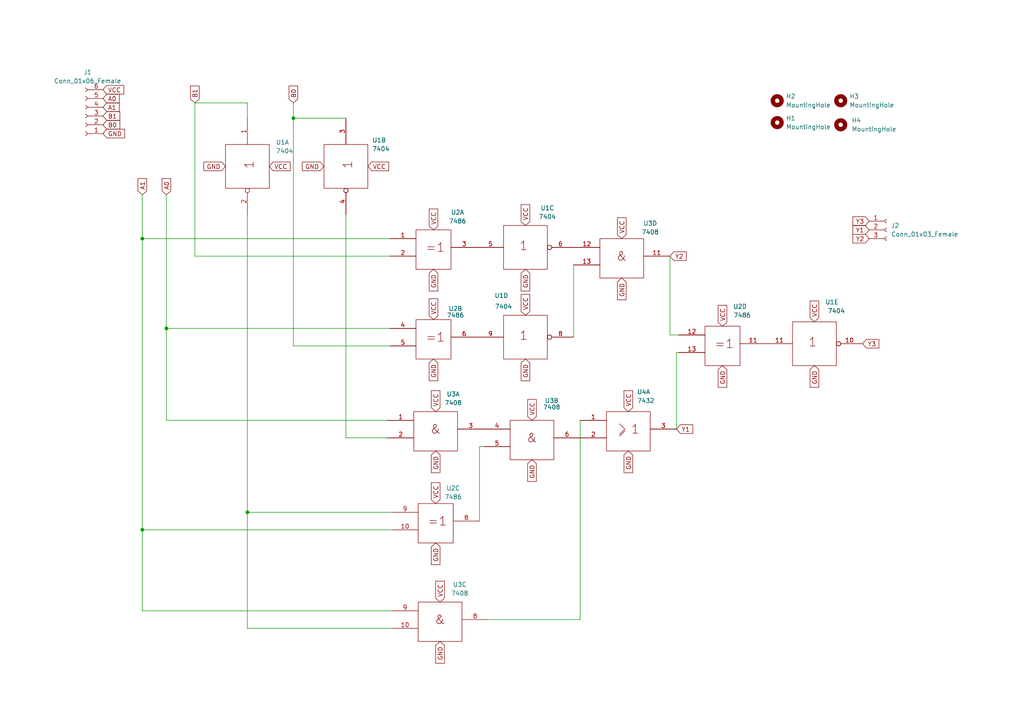
<source format=kicad_sch>
(kicad_sch (version 20211123) (generator eeschema)
  (paper "A4")
  (lib_symbols
    (symbol "74xx_IEEE:7404" (pin_names (offset 0.762))
      (property "Reference" "U" (at 5.08 7.62 0))
      (property "Value" "7404" (at 3.81 -8.89 0))
      (symbol "7404_0_0"
        (text "1" (at -0.508 0.508 0) (effects (font (size 2.54 2.54))))
      )
      (symbol "7404_0_1"
        (rectangle (start -6.35 6.35) (end 6.35 -6.35))
        (pin power_in line (at 0 6.35 270) (length 0) hide (name "Vcc") (number "14"))
        (pin power_in line (at 0 -6.35 90) (length 0) hide (name "Gnd") (number "7"))
      )
      (symbol "7404_1_1"
        (pin input line (at -13.97 0 0) (length 7.62) (name "~") (number "1"))
        (pin input inverted (at 13.97 0 180) (length 7.62) (name "~") (number "2"))
      )
      (symbol "7404_2_1"
        (pin input line (at -13.97 0 0) (length 7.62) (name "~") (number "3"))
        (pin input inverted (at 13.97 0 180) (length 7.62) (name "~") (number "4"))
      )
      (symbol "7404_3_1"
        (pin input line (at -13.97 0 0) (length 7.62) (name "~") (number "5"))
        (pin input inverted (at 13.97 0 180) (length 7.62) (name "~") (number "6"))
      )
      (symbol "7404_4_1"
        (pin input inverted (at 13.97 0 180) (length 7.62) (name "~") (number "8"))
        (pin input line (at -13.97 0 0) (length 7.62) (name "~") (number "9"))
      )
      (symbol "7404_5_1"
        (pin input inverted (at 13.97 0 180) (length 7.62) (name "~") (number "10"))
        (pin input line (at -13.97 0 0) (length 7.62) (name "~") (number "11"))
      )
      (symbol "7404_6_1"
        (pin input inverted (at 13.97 0 180) (length 7.62) (name "~") (number "12"))
        (pin input line (at -13.97 0 0) (length 7.62) (name "~") (number "13"))
      )
    )
    (symbol "74xx_IEEE:7408" (pin_names (offset 0.762))
      (property "Reference" "U" (at 2.54 7.62 0))
      (property "Value" "7408" (at 3.81 -8.89 0))
      (symbol "7408_0_1"
        (rectangle (start -6.35 5.08) (end 6.35 -6.35))
        (text "&" (at 0 0 0) (effects (font (size 2.54 2.54))))
        (pin power_in line (at 0 5.08 270) (length 0) hide (name "Vcc") (number "14"))
        (pin power_in line (at 0 -6.35 90) (length 0) hide (name "Gnd") (number "7"))
      )
      (symbol "7408_1_1"
        (pin input line (at -13.97 2.54 0) (length 7.62) (name "~") (number "1"))
        (pin input line (at -13.97 -2.54 0) (length 7.62) (name "~") (number "2"))
        (pin output line (at 13.97 0 180) (length 7.62) (name "~") (number "3"))
      )
      (symbol "7408_2_1"
        (pin input line (at -13.97 2.54 0) (length 7.62) (name "~") (number "4"))
        (pin input line (at -13.97 -2.54 0) (length 7.62) (name "~") (number "5"))
        (pin input line (at 13.97 0 180) (length 7.62) (name "~") (number "6"))
      )
      (symbol "7408_3_1"
        (pin input line (at -13.97 -2.54 0) (length 7.62) (name "~") (number "10"))
        (pin input line (at 13.97 0 180) (length 7.62) (name "~") (number "8"))
        (pin input line (at -13.97 2.54 0) (length 7.62) (name "~") (number "9"))
      )
      (symbol "7408_4_1"
        (pin input line (at 13.97 0 180) (length 7.62) (name "~") (number "11"))
        (pin input line (at -13.97 2.54 0) (length 7.62) (name "~") (number "12"))
        (pin input line (at -13.97 -2.54 0) (length 7.62) (name "~") (number "13"))
      )
    )
    (symbol "74xx_IEEE:7432" (pin_names (offset 0.762))
      (property "Reference" "U" (at 2.54 6.35 0))
      (property "Value" "7432" (at 3.81 -7.62 0))
      (symbol "7432_0_1"
        (rectangle (start -6.35 5.08) (end 6.35 -6.35))
        (polyline (pts (xy -2.54 -2.032) (xy -1.016 -0.508) (xy -1.016 -0.508)))
        (polyline (pts (xy -2.54 1.524) (xy -2.54 1.524) (xy -1.016 0) (xy -2.54 -1.524) (xy -2.54 -1.524)))
        (text "1" (at 2.032 0 0) (effects (font (size 2.54 2.54))))
        (pin power_in line (at 0 5.08 270) (length 0) hide (name "Vcc") (number "14"))
        (pin power_in line (at 0 -6.35 90) (length 0) hide (name "Gnd") (number "7"))
      )
      (symbol "7432_1_1"
        (pin input line (at -13.97 2.54 0) (length 7.62) (name "~") (number "1"))
        (pin input line (at -13.97 -2.54 0) (length 7.62) (name "~") (number "2"))
        (pin output line (at 13.97 0 180) (length 7.62) (name "~") (number "3"))
      )
      (symbol "7432_2_1"
        (pin input line (at -13.97 2.54 0) (length 7.62) (name "~") (number "4"))
        (pin input line (at -13.97 -2.54 0) (length 7.62) (name "~") (number "5"))
        (pin output line (at 13.97 0 180) (length 7.62) (name "~") (number "6"))
      )
      (symbol "7432_3_1"
        (pin input line (at -13.97 -2.54 0) (length 7.62) (name "~") (number "10"))
        (pin output line (at 13.97 0 180) (length 7.62) (name "~") (number "8"))
        (pin input line (at -13.97 2.54 0) (length 7.62) (name "~") (number "9"))
      )
      (symbol "7432_4_1"
        (pin output line (at 13.97 0 180) (length 7.62) (name "~") (number "11"))
        (pin input line (at -13.97 2.54 0) (length 7.62) (name "~") (number "12"))
        (pin input line (at -13.97 -2.54 0) (length 7.62) (name "~") (number "13"))
      )
    )
    (symbol "74xx_IEEE:7486" (pin_names (offset 0.762))
      (property "Reference" "U" (at 2.54 6.35 0))
      (property "Value" "7486" (at 3.81 -7.62 0))
      (symbol "7486_0_1"
        (rectangle (start -5.08 5.08) (end 5.08 -6.35))
        (text "=1" (at 0.508 0 0) (effects (font (size 2.54 2.54))))
        (pin power_in line (at 0 5.08 270) (length 0) hide (name "Vcc") (number "14"))
        (pin power_in line (at 0 -6.35 90) (length 0) hide (name "Gnd") (number "7"))
      )
      (symbol "7486_1_1"
        (pin input line (at -12.7 2.54 0) (length 7.62) (name "~") (number "1"))
        (pin input line (at -12.7 -2.54 0) (length 7.62) (name "~") (number "2"))
        (pin output line (at 12.7 0 180) (length 7.62) (name "~") (number "3"))
      )
      (symbol "7486_2_1"
        (pin input line (at -12.7 2.54 0) (length 7.62) (name "~") (number "4"))
        (pin input line (at -12.7 -2.54 0) (length 7.62) (name "~") (number "5"))
        (pin output line (at 12.7 0 180) (length 7.62) (name "~") (number "6"))
      )
      (symbol "7486_3_1"
        (pin input line (at -12.7 -2.54 0) (length 7.62) (name "~") (number "10"))
        (pin output line (at 12.7 0 180) (length 7.62) (name "~") (number "8"))
        (pin input line (at -12.7 2.54 0) (length 7.62) (name "~") (number "9"))
      )
      (symbol "7486_4_1"
        (pin output line (at 12.7 0 180) (length 7.62) (name "~") (number "11"))
        (pin input line (at -12.7 2.54 0) (length 7.62) (name "~") (number "12"))
        (pin input line (at -12.7 -2.54 0) (length 7.62) (name "~") (number "13"))
      )
    )
    (symbol "Connector:Conn_01x03_Female" (pin_names (offset 1.016) hide)
      (property "Reference" "J" (at 0 5.08 0))
      (property "Value" "Conn_01x03_Female" (at 0 -5.08 0))
      (symbol "Conn_01x03_Female_1_1"
        (arc (start 0 -2.032) (mid -0.508 -2.54) (end 0 -3.048) (stroke (width 0.1524)))
        (polyline (pts (xy -1.27 -2.54) (xy -0.508 -2.54)) (stroke (width 0.1524)))
        (polyline (pts (xy -1.27 0) (xy -0.508 0)) (stroke (width 0.1524)))
        (polyline (pts (xy -1.27 2.54) (xy -0.508 2.54)) (stroke (width 0.1524)))
        (arc (start 0 0.508) (mid -0.508 0) (end 0 -0.508) (stroke (width 0.1524)))
        (arc (start 0 3.048) (mid -0.508 2.54) (end 0 2.032) (stroke (width 0.1524)))
        (pin passive line (at -5.08 2.54 0) (length 3.81) (name "Pin_1") (number "1"))
        (pin passive line (at -5.08 0 0) (length 3.81) (name "Pin_2") (number "2"))
        (pin passive line (at -5.08 -2.54 0) (length 3.81) (name "Pin_3") (number "3"))
      )
    )
    (symbol "Connector:Conn_01x06_Female" (pin_names (offset 1.016) hide)
      (property "Reference" "J" (at 0 7.62 0))
      (property "Value" "Conn_01x06_Female" (at 0 -10.16 0))
      (symbol "Conn_01x06_Female_1_1"
        (arc (start 0 -7.112) (mid -0.508 -7.62) (end 0 -8.128) (stroke (width 0.1524)))
        (arc (start 0 -4.572) (mid -0.508 -5.08) (end 0 -5.588) (stroke (width 0.1524)))
        (arc (start 0 -2.032) (mid -0.508 -2.54) (end 0 -3.048) (stroke (width 0.1524)))
        (polyline (pts (xy -1.27 -7.62) (xy -0.508 -7.62)) (stroke (width 0.1524)))
        (polyline (pts (xy -1.27 -5.08) (xy -0.508 -5.08)) (stroke (width 0.1524)))
        (polyline (pts (xy -1.27 -2.54) (xy -0.508 -2.54)) (stroke (width 0.1524)))
        (polyline (pts (xy -1.27 0) (xy -0.508 0)) (stroke (width 0.1524)))
        (polyline (pts (xy -1.27 2.54) (xy -0.508 2.54)) (stroke (width 0.1524)))
        (polyline (pts (xy -1.27 5.08) (xy -0.508 5.08)) (stroke (width 0.1524)))
        (arc (start 0 0.508) (mid -0.508 0) (end 0 -0.508) (stroke (width 0.1524)))
        (arc (start 0 3.048) (mid -0.508 2.54) (end 0 2.032) (stroke (width 0.1524)))
        (arc (start 0 5.588) (mid -0.508 5.08) (end 0 4.572) (stroke (width 0.1524)))
        (pin passive line (at -5.08 5.08 0) (length 3.81) (name "Pin_1") (number "1"))
        (pin passive line (at -5.08 2.54 0) (length 3.81) (name "Pin_2") (number "2"))
        (pin passive line (at -5.08 0 0) (length 3.81) (name "Pin_3") (number "3"))
        (pin passive line (at -5.08 -2.54 0) (length 3.81) (name "Pin_4") (number "4"))
        (pin passive line (at -5.08 -5.08 0) (length 3.81) (name "Pin_5") (number "5"))
        (pin passive line (at -5.08 -7.62 0) (length 3.81) (name "Pin_6") (number "6"))
      )
    )
    (symbol "Mechanical:MountingHole" (pin_names (offset 1.016))
      (property "Reference" "H" (at 0 5.08 0))
      (property "Value" "MountingHole" (at 0 3.175 0))
      (symbol "MountingHole_0_1"
        (circle (center 0 0) (radius 1.27) (stroke (width 1.27)))
      )
    )
  )
  (junction (at 71.755 148.59))
  (junction (at 48.26 95.25))
  (junction (at 41.275 69.215))
  (junction (at 41.275 153.67))
  (junction (at 85.09 34.29))
  (wire (pts (xy 85.09 34.29) (xy 100.33 34.29)))
  (wire (pts (xy 71.755 148.59) (xy 71.755 62.23)))
  (wire (pts (xy 196.215 102.235) (xy 196.85 102.235)))
  (wire (pts (xy 48.26 95.25) (xy 48.26 121.92)))
  (wire (pts (xy 85.09 34.29) (xy 85.09 29.845)))
  (wire (pts (xy 56.515 29.845) (xy 71.755 29.845)))
  (wire (pts (xy 100.33 62.23) (xy 100.33 127)))
  (wire (pts (xy 48.26 95.25) (xy 113.03 95.25)))
  (wire (pts (xy 41.275 69.215) (xy 41.275 153.67)))
  (wire (pts (xy 113.665 153.67) (xy 41.275 153.67)))
  (wire (pts (xy 85.09 100.33) (xy 85.09 34.29)))
  (wire (pts (xy 113.665 177.165) (xy 41.275 177.165)))
  (wire (pts (xy 71.755 29.845) (xy 71.755 34.29)))
  (wire (pts (xy 139.065 151.13) (xy 139.065 129.54)))
  (wire (pts (xy 166.37 76.835) (xy 166.37 97.79)))
  (wire (pts (xy 41.275 56.515) (xy 41.275 69.215)))
  (wire (pts (xy 48.26 56.515) (xy 48.26 95.25)))
  (wire (pts (xy 139.065 129.54) (xy 140.335 129.54)))
  (wire (pts (xy 196.215 102.235) (xy 196.215 124.46)))
  (wire (pts (xy 41.275 153.67) (xy 41.275 177.165)))
  (wire (pts (xy 113.03 74.295) (xy 56.515 74.295)))
  (wire (pts (xy 56.515 74.295) (xy 56.515 29.845)))
  (wire (pts (xy 71.755 148.59) (xy 113.665 148.59)))
  (wire (pts (xy 194.31 97.155) (xy 196.85 97.155)))
  (wire (pts (xy 41.275 69.215) (xy 113.03 69.215)))
  (wire (pts (xy 168.275 121.92) (xy 168.275 179.705)))
  (wire (pts (xy 141.605 179.705) (xy 168.275 179.705)))
  (wire (pts (xy 112.395 121.92) (xy 48.26 121.92)))
  (wire (pts (xy 71.755 182.245) (xy 113.665 182.245)))
  (wire (pts (xy 113.03 100.33) (xy 85.09 100.33)))
  (wire (pts (xy 100.33 127) (xy 112.395 127)))
  (wire (pts (xy 194.31 74.295) (xy 194.31 97.155)))
  (wire (pts (xy 71.755 148.59) (xy 71.755 182.245)))
  (global_label "Y3" (shape input) (at 250.19 99.695 0) (property "Intersheet References" "${INTERSHEET_REFS}" (effects hide)))
  (global_label "GND" (shape input) (at 127.635 186.055 270) (property "Intersheet References" "${INTERSHEET_REFS}" (effects hide)))
  (global_label "VCC" (shape input) (at 29.845 26.035 0) (property "Intersheet References" "${INTERSHEET_REFS}" (effects hide)))
  (global_label "GND" (shape input) (at 152.4 78.105 270) (property "Intersheet References" "${INTERSHEET_REFS}" (effects hide)))
  (global_label "Y2" (shape input) (at 194.31 74.295 0) (property "Intersheet References" "${INTERSHEET_REFS}" (effects hide)))
  (global_label "VCC" (shape input) (at 152.4 91.44 90) (property "Intersheet References" "${INTERSHEET_REFS}" (effects hide)))
  (global_label "VCC" (shape input) (at 125.73 66.675 90) (property "Intersheet References" "${INTERSHEET_REFS}" (effects hide)))
  (global_label "GND" (shape input) (at 154.305 133.35 270) (property "Intersheet References" "${INTERSHEET_REFS}" (effects hide)))
  (global_label "VCC" (shape input) (at 125.73 92.71 90) (property "Intersheet References" "${INTERSHEET_REFS}" (effects hide)))
  (global_label "VCC" (shape input) (at 180.34 69.215 90) (property "Intersheet References" "${INTERSHEET_REFS}" (effects hide)))
  (global_label "GND" (shape input) (at 93.98 48.26 180) (property "Intersheet References" "${INTERSHEET_REFS}" (effects hide)))
  (global_label "GND" (shape input) (at 152.4 104.14 270) (property "Intersheet References" "${INTERSHEET_REFS}" (effects hide)))
  (global_label "VCC" (shape input) (at 209.55 94.615 90) (property "Intersheet References" "${INTERSHEET_REFS}" (effects hide)))
  (global_label "B1" (shape input) (at 29.845 33.655 0) (property "Intersheet References" "${INTERSHEET_REFS}" (effects hide)))
  (global_label "GND" (shape input) (at 236.22 106.045 270) (property "Intersheet References" "${INTERSHEET_REFS}" (effects hide)))
  (global_label "A0" (shape input) (at 48.26 56.515 90) (property "Intersheet References" "${INTERSHEET_REFS}" (effects hide)))
  (global_label "B1" (shape input) (at 56.515 29.845 90) (property "Intersheet References" "${INTERSHEET_REFS}" (effects hide)))
  (global_label "VCC" (shape input) (at 126.365 146.05 90) (property "Intersheet References" "${INTERSHEET_REFS}" (effects hide)))
  (global_label "GND" (shape input) (at 125.73 104.14 270) (property "Intersheet References" "${INTERSHEET_REFS}" (effects hide)))
  (global_label "Y1" (shape input) (at 252.095 66.675 180) (property "Intersheet References" "${INTERSHEET_REFS}" (effects hide)))
  (global_label "A0" (shape input) (at 29.845 28.575 0) (property "Intersheet References" "${INTERSHEET_REFS}" (effects hide)))
  (global_label "VCC" (shape input) (at 78.105 48.26 0) (property "Intersheet References" "${INTERSHEET_REFS}" (effects hide)))
  (global_label "B0" (shape input) (at 85.09 29.845 90) (property "Intersheet References" "${INTERSHEET_REFS}" (effects hide)))
  (global_label "B0" (shape input) (at 29.845 36.195 0) (property "Intersheet References" "${INTERSHEET_REFS}" (effects hide)))
  (global_label "GND" (shape input) (at 125.73 78.105 270) (property "Intersheet References" "${INTERSHEET_REFS}" (effects hide)))
  (global_label "GND" (shape input) (at 182.245 130.81 270) (property "Intersheet References" "${INTERSHEET_REFS}" (effects hide)))
  (global_label "VCC" (shape input) (at 126.365 119.38 90) (property "Intersheet References" "${INTERSHEET_REFS}" (effects hide)))
  (global_label "VCC" (shape input) (at 152.4 65.405 90) (property "Intersheet References" "${INTERSHEET_REFS}" (effects hide)))
  (global_label "GND" (shape input) (at 126.365 157.48 270) (property "Intersheet References" "${INTERSHEET_REFS}" (effects hide)))
  (global_label "A1" (shape input) (at 29.845 31.115 0) (property "Intersheet References" "${INTERSHEET_REFS}" (effects hide)))
  (global_label "VCC" (shape input) (at 182.245 119.38 90) (property "Intersheet References" "${INTERSHEET_REFS}" (effects hide)))
  (global_label "VCC" (shape input) (at 127.635 174.625 90) (property "Intersheet References" "${INTERSHEET_REFS}" (effects hide)))
  (global_label "Y3" (shape input) (at 252.095 64.135 180) (property "Intersheet References" "${INTERSHEET_REFS}" (effects hide)))
  (global_label "A1" (shape input) (at 41.275 56.515 90) (property "Intersheet References" "${INTERSHEET_REFS}" (effects hide)))
  (global_label "GND" (shape input) (at 29.845 38.735 0) (property "Intersheet References" "${INTERSHEET_REFS}" (effects hide)))
  (global_label "VCC" (shape input) (at 236.22 93.345 90) (property "Intersheet References" "${INTERSHEET_REFS}" (effects hide)))
  (global_label "GND" (shape input) (at 209.55 106.045 270) (property "Intersheet References" "${INTERSHEET_REFS}" (effects hide)))
  (global_label "Y1" (shape input) (at 196.215 124.46 0) (property "Intersheet References" "${INTERSHEET_REFS}" (effects hide)))
  (global_label "GND" (shape input) (at 65.405 48.26 180) (property "Intersheet References" "${INTERSHEET_REFS}" (effects hide)))
  (global_label "VCC" (shape input) (at 154.305 121.92 90) (property "Intersheet References" "${INTERSHEET_REFS}" (effects hide)))
  (global_label "GND" (shape input) (at 126.365 130.81 270) (property "Intersheet References" "${INTERSHEET_REFS}" (effects hide)))
  (global_label "VCC" (shape input) (at 106.68 48.26 0) (property "Intersheet References" "${INTERSHEET_REFS}" (effects hide)))
  (global_label "Y2" (shape input) (at 252.095 69.215 180) (property "Intersheet References" "${INTERSHEET_REFS}" (effects hide)))
  (global_label "GND" (shape input) (at 180.34 80.645 270) (property "Intersheet References" "${INTERSHEET_REFS}" (effects hide)))
  (symbol (lib_id "74xx_IEEE:7432") (at 182.245 124.46 0) (unit 1)
    (property "Reference" "U4" (at 186.69 113.665 0))
    (property "Value" "7432" (at 187.325 116.205 0))
    (property "Footprint" "Package_DIP:DIP-14_W7.62mm_Socket" (effects hide))
  )
  (symbol (lib_id "74xx_IEEE:7408") (at 154.305 127 0) (unit 2)
    (property "Reference" "U3" (at 160.02 116.205 0))
    (property "Value" "7408" (at 160.02 118.11 0))
    (property "Footprint" "Package_DIP:DIP-14_W7.62mm_Socket" (effects hide))
  )
  (symbol (lib_id "74xx_IEEE:7486") (at 125.73 71.755 0) (unit 1)
    (property "Reference" "U2" (at 132.715 61.595 0))
    (property "Value" "7486" (at 132.715 64.135 0))
    (property "Footprint" "Package_DIP:DIP-14_W7.62mm_Socket" (effects hide))
  )
  (symbol (lib_id "74xx_IEEE:7404") (at 152.4 97.79 0) (unit 4)
    (property "Reference" "U1" (at 145.415 85.725 0))
    (property "Value" "7404" (at 146.05 88.9 0))
    (property "Footprint" "Package_DIP:DIP-14_W7.62mm_Socket" (effects hide))
  )
  (symbol (lib_id "74xx_IEEE:7404") (at 152.4 71.755 0) (unit 3)
    (property "Reference" "U1" (at 158.75 60.325 0))
    (property "Value" "7404" (at 158.75 62.865 0))
    (property "Footprint" "Package_DIP:DIP-14_W7.62mm_Socket" (effects hide))
  )
  (symbol (lib_id "74xx_IEEE:7408") (at 180.34 74.295 0) (unit 4)
    (property "Reference" "U3" (at 188.595 64.77 0))
    (property "Value" "7408" (at 188.595 67.31 0))
    (property "Footprint" "Package_DIP:DIP-14_W7.62mm_Socket" (effects hide))
  )
  (symbol (lib_id "74xx_IEEE:7486") (at 209.55 99.695 0) (unit 4)
    (property "Reference" "U2" (at 214.63 88.9 0))
    (property "Value" "7486" (at 215.265 91.44 0))
    (property "Footprint" "Package_DIP:DIP-14_W7.62mm_Socket" (effects hide))
  )
  (symbol (lib_id "74xx_IEEE:7404") (at 100.33 48.26 270) (unit 2)
    (property "Reference" "U1" (at 107.95 40.64 90) (effects (justify left)))
    (property "Value" "7404" (at 107.95 43.18 90) (effects (justify left)))
    (property "Footprint" "Package_DIP:DIP-14_W7.62mm_Socket" (effects hide))
  )
  (symbol (lib_id "Mechanical:MountingHole") (at 225.425 29.21 0) (unit 1)
    (property "Reference" "H2" (at 227.965 27.9399 0) (effects (justify left)))
    (property "Value" "MountingHole" (at 227.965 30.4799 0) (effects (justify left)))
    (property "Footprint" "MountingHole:MountingHole_2.5mm" (effects hide))
  )
  (symbol (lib_id "74xx_IEEE:7404") (at 236.22 99.695 0) (unit 5)
    (property "Reference" "U1" (at 241.3 87.63 0))
    (property "Value" "7404" (at 242.57 90.17 0))
    (property "Footprint" "Package_DIP:DIP-14_W7.62mm_Socket" (effects hide))
  )
  (symbol (lib_id "74xx_IEEE:7404") (at 71.755 48.26 270) (unit 1)
    (property "Reference" "U1" (at 80.01 41.275 90) (effects (justify left)))
    (property "Value" "7404" (at 80.01 43.815 90) (effects (justify left)))
    (property "Footprint" "Package_DIP:DIP-14_W7.62mm_Socket" (effects hide))
  )
  (symbol (lib_id "74xx_IEEE:7486") (at 125.73 97.79 0) (unit 2)
    (property "Reference" "U2" (at 132.08 89.535 0))
    (property "Value" "7486" (at 132.08 91.44 0))
    (property "Footprint" "Package_DIP:DIP-14_W7.62mm_Socket" (effects hide))
  )
  (symbol (lib_id "Connector:Conn_01x03_Female") (at 257.175 66.675 0) (unit 1)
    (property "Reference" "J2" (at 258.445 65.4049 0) (effects (justify left)))
    (property "Value" "Conn_01x03_Female" (at 258.445 67.9449 0) (effects (justify left)))
    (property "Footprint" "Connector_JST:JST_EH_S3B-EH_1x03_P2.50mm_Horizontal" (effects hide))
  )
  (symbol (lib_id "Mechanical:MountingHole") (at 225.425 35.56 0) (unit 1)
    (property "Reference" "H1" (at 227.965 34.2899 0) (effects (justify left)))
    (property "Value" "MountingHole" (at 227.965 36.8299 0) (effects (justify left)))
    (property "Footprint" "MountingHole:MountingHole_2.5mm" (effects hide))
  )
  (symbol (lib_id "Mechanical:MountingHole") (at 243.84 29.21 0) (unit 1)
    (property "Reference" "H3" (at 246.38 27.9399 0) (effects (justify left)))
    (property "Value" "MountingHole" (at 246.38 30.4799 0) (effects (justify left)))
    (property "Footprint" "MountingHole:MountingHole_2.5mm" (effects hide))
  )
  (symbol (lib_id "74xx_IEEE:7408") (at 126.365 124.46 0) (unit 1)
    (property "Reference" "U3" (at 131.445 114.3 0))
    (property "Value" "7408" (at 131.445 116.84 0))
    (property "Footprint" "Package_DIP:DIP-14_W7.62mm_Socket" (effects hide))
  )
  (symbol (lib_id "74xx_IEEE:7408") (at 127.635 179.705 0) (unit 3)
    (property "Reference" "U3" (at 133.35 169.545 0))
    (property "Value" "7408" (at 133.35 172.085 0))
    (property "Footprint" "Package_DIP:DIP-14_W7.62mm_Socket" (effects hide))
  )
  (symbol (lib_id "Mechanical:MountingHole") (at 243.84 36.195 0) (unit 1)
    (property "Reference" "H4" (at 247.015 34.9249 0) (effects (justify left)))
    (property "Value" "MountingHole" (at 247.015 37.4649 0) (effects (justify left)))
    (property "Footprint" "MountingHole:MountingHole_2.5mm" (effects hide))
  )
  (symbol (lib_id "Connector:Conn_01x06_Female") (at 24.765 33.655 180) (unit 1)
    (property "Reference" "J1" (at 25.4 20.955 0))
    (property "Value" "Conn_01x06_Female" (at 25.4 23.495 0))
    (property "Footprint" "Connector_JST:JST_EH_S6B-EH_1x06_P2.50mm_Horizontal" (effects hide))
  )
  (symbol (lib_id "74xx_IEEE:7486") (at 126.365 151.13 0) (unit 3)
    (property "Reference" "U2" (at 131.445 141.605 0))
    (property "Value" "7486" (at 131.445 144.145 0))
    (property "Footprint" "Package_DIP:DIP-14_W7.62mm_Socket" (effects hide))
  )
)
</source>
